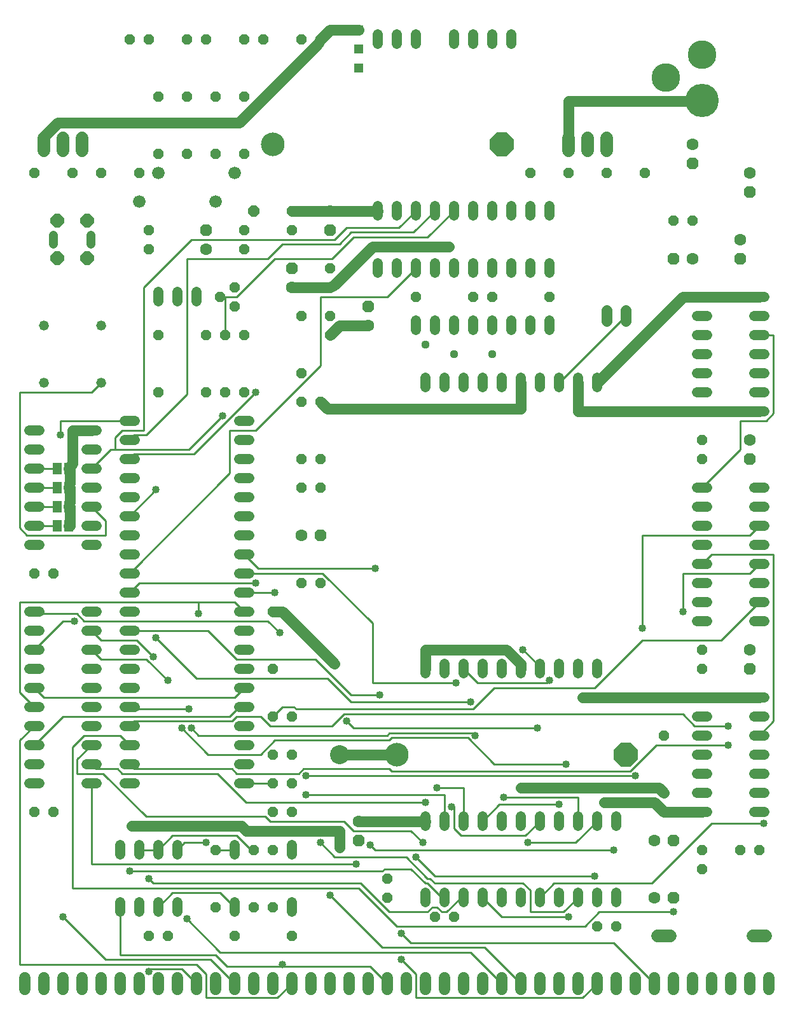
<source format=gbl>
G04 EAGLE Gerber RS-274X export*
G75*
%MOMM*%
%FSLAX34Y34*%
%LPD*%
%INBottom Copper*%
%IPPOS*%
%AMOC8*
5,1,8,0,0,1.08239X$1,22.5*%
G01*
%ADD10C,1.676400*%
%ADD11P,1.732040X8X292.500000*%
%ADD12C,1.600200*%
%ADD13P,1.429621X8X22.500000*%
%ADD14C,1.320800*%
%ADD15P,1.429621X8X112.500000*%
%ADD16P,1.429621X8X292.500000*%
%ADD17C,1.422400*%
%ADD18P,1.539592X8X22.500000*%
%ADD19P,1.539592X8X202.500000*%
%ADD20C,3.149600*%
%ADD21P,3.409096X8X22.500000*%
%ADD22P,1.732040X8X202.500000*%
%ADD23P,1.732040X8X22.500000*%
%ADD24P,1.732040X8X112.500000*%
%ADD25P,1.429621X8X202.500000*%
%ADD26C,1.320800*%
%ADD27R,1.168400X1.600200*%
%ADD28C,4.445000*%
%ADD29C,3.810000*%
%ADD30C,2.540000*%
%ADD31R,1.308000X1.308000*%
%ADD32C,1.117600*%
%ADD33C,1.524000*%
%ADD34C,1.208000*%
%ADD35P,1.938236X8X22.500000*%
%ADD36C,1.676400*%
%ADD37P,1.649562X8X22.500000*%
%ADD38C,0.254000*%
%ADD39C,1.016000*%


D10*
X762000Y1083818D02*
X762000Y1100582D01*
X787400Y1100582D02*
X787400Y1083818D01*
X812800Y1083818D02*
X812800Y1100582D01*
D11*
X1689100Y939800D03*
D12*
X1689100Y965200D03*
D13*
X749300Y1054100D03*
X800100Y1054100D03*
X838200Y1054100D03*
X889000Y1054100D03*
D14*
X1022096Y241300D02*
X1035304Y241300D01*
X1035304Y266700D02*
X1022096Y266700D01*
X1022096Y393700D02*
X1035304Y393700D01*
X1035304Y419100D02*
X1022096Y419100D01*
X1022096Y292100D02*
X1035304Y292100D01*
X1035304Y317500D02*
X1022096Y317500D01*
X1022096Y368300D02*
X1035304Y368300D01*
X1035304Y342900D02*
X1022096Y342900D01*
X1022096Y444500D02*
X1035304Y444500D01*
X1035304Y469900D02*
X1022096Y469900D01*
X1022096Y495300D02*
X1035304Y495300D01*
X1035304Y520700D02*
X1022096Y520700D01*
X1022096Y546100D02*
X1035304Y546100D01*
X1035304Y571500D02*
X1022096Y571500D01*
X1022096Y596900D02*
X1035304Y596900D01*
X1035304Y622300D02*
X1022096Y622300D01*
X1022096Y647700D02*
X1035304Y647700D01*
X1035304Y673100D02*
X1022096Y673100D01*
X1022096Y698500D02*
X1035304Y698500D01*
X1035304Y723900D02*
X1022096Y723900D01*
X882904Y723900D02*
X869696Y723900D01*
X869696Y698500D02*
X882904Y698500D01*
X882904Y673100D02*
X869696Y673100D01*
X869696Y647700D02*
X882904Y647700D01*
X882904Y622300D02*
X869696Y622300D01*
X869696Y596900D02*
X882904Y596900D01*
X882904Y571500D02*
X869696Y571500D01*
X869696Y546100D02*
X882904Y546100D01*
X882904Y520700D02*
X869696Y520700D01*
X869696Y495300D02*
X882904Y495300D01*
X882904Y469900D02*
X869696Y469900D01*
X869696Y444500D02*
X882904Y444500D01*
X882904Y419100D02*
X869696Y419100D01*
X869696Y393700D02*
X882904Y393700D01*
X882904Y368300D02*
X869696Y368300D01*
X869696Y342900D02*
X882904Y342900D01*
X882904Y317500D02*
X869696Y317500D01*
X869696Y292100D02*
X882904Y292100D01*
X882904Y266700D02*
X869696Y266700D01*
X869696Y241300D02*
X882904Y241300D01*
X1270000Y95504D02*
X1270000Y82296D01*
X1295400Y82296D02*
X1295400Y95504D01*
X1320800Y95504D02*
X1320800Y82296D01*
X1346200Y82296D02*
X1346200Y95504D01*
X1371600Y95504D02*
X1371600Y82296D01*
X1397000Y82296D02*
X1397000Y95504D01*
X1422400Y95504D02*
X1422400Y82296D01*
X1447800Y82296D02*
X1447800Y95504D01*
X1473200Y95504D02*
X1473200Y82296D01*
X1498600Y82296D02*
X1498600Y95504D01*
X1524000Y95504D02*
X1524000Y82296D01*
X1524000Y183896D02*
X1524000Y197104D01*
X1498600Y197104D02*
X1498600Y183896D01*
X1473200Y183896D02*
X1473200Y197104D01*
X1447800Y197104D02*
X1447800Y183896D01*
X1422400Y183896D02*
X1422400Y197104D01*
X1397000Y197104D02*
X1397000Y183896D01*
X1371600Y183896D02*
X1371600Y197104D01*
X1346200Y197104D02*
X1346200Y183896D01*
X1320800Y183896D02*
X1320800Y197104D01*
X1295400Y197104D02*
X1295400Y183896D01*
X1270000Y183896D02*
X1270000Y197104D01*
X1206500Y920496D02*
X1206500Y933704D01*
X1231900Y933704D02*
X1231900Y920496D01*
X1358900Y920496D02*
X1358900Y933704D01*
X1384300Y933704D02*
X1384300Y920496D01*
X1257300Y920496D02*
X1257300Y933704D01*
X1282700Y933704D02*
X1282700Y920496D01*
X1333500Y920496D02*
X1333500Y933704D01*
X1308100Y933704D02*
X1308100Y920496D01*
X1409700Y920496D02*
X1409700Y933704D01*
X1435100Y933704D02*
X1435100Y920496D01*
X1435100Y996696D02*
X1435100Y1009904D01*
X1409700Y1009904D02*
X1409700Y996696D01*
X1384300Y996696D02*
X1384300Y1009904D01*
X1358900Y1009904D02*
X1358900Y996696D01*
X1333500Y996696D02*
X1333500Y1009904D01*
X1308100Y1009904D02*
X1308100Y996696D01*
X1282700Y996696D02*
X1282700Y1009904D01*
X1257300Y1009904D02*
X1257300Y996696D01*
X1231900Y996696D02*
X1231900Y1009904D01*
X1206500Y1009904D02*
X1206500Y996696D01*
D15*
X914400Y762000D03*
X914400Y838200D03*
D16*
X977900Y838200D03*
X977900Y762000D03*
D13*
X1498600Y50800D03*
X1524000Y50800D03*
D15*
X1143000Y901700D03*
X1143000Y927100D03*
X1104900Y787400D03*
X1104900Y863600D03*
D14*
X1270000Y400304D02*
X1270000Y387096D01*
X1295400Y387096D02*
X1295400Y400304D01*
X1422400Y400304D02*
X1422400Y387096D01*
X1447800Y387096D02*
X1447800Y400304D01*
X1320800Y400304D02*
X1320800Y387096D01*
X1346200Y387096D02*
X1346200Y400304D01*
X1397000Y400304D02*
X1397000Y387096D01*
X1371600Y387096D02*
X1371600Y400304D01*
X1473200Y400304D02*
X1473200Y387096D01*
X1498600Y387096D02*
X1498600Y400304D01*
X1498600Y768096D02*
X1498600Y781304D01*
X1473200Y781304D02*
X1473200Y768096D01*
X1447800Y768096D02*
X1447800Y781304D01*
X1422400Y781304D02*
X1422400Y768096D01*
X1397000Y768096D02*
X1397000Y781304D01*
X1371600Y781304D02*
X1371600Y768096D01*
X1346200Y768096D02*
X1346200Y781304D01*
X1320800Y781304D02*
X1320800Y768096D01*
X1295400Y768096D02*
X1295400Y781304D01*
X1270000Y781304D02*
X1270000Y768096D01*
D17*
X1511300Y856488D02*
X1511300Y870712D01*
X1536700Y870712D02*
X1536700Y856488D01*
D16*
X1587500Y304800D03*
X1587500Y228600D03*
D18*
X1257300Y889000D03*
X1333500Y889000D03*
D19*
X1435100Y889000D03*
X1358900Y889000D03*
D15*
X1143000Y838200D03*
X1143000Y863600D03*
D16*
X1104900Y749300D03*
X1104900Y673100D03*
X1130300Y749300D03*
X1130300Y673100D03*
D14*
X1257300Y844296D02*
X1257300Y857504D01*
X1282700Y857504D02*
X1282700Y844296D01*
X1308100Y844296D02*
X1308100Y857504D01*
X1333500Y857504D02*
X1333500Y844296D01*
X1358900Y844296D02*
X1358900Y857504D01*
X1384300Y857504D02*
X1384300Y844296D01*
X1409700Y844296D02*
X1409700Y857504D01*
X1435100Y857504D02*
X1435100Y844296D01*
X1707896Y457200D02*
X1721104Y457200D01*
X1721104Y482600D02*
X1707896Y482600D01*
X1707896Y609600D02*
X1721104Y609600D01*
X1721104Y635000D02*
X1707896Y635000D01*
X1707896Y508000D02*
X1721104Y508000D01*
X1721104Y533400D02*
X1707896Y533400D01*
X1707896Y584200D02*
X1721104Y584200D01*
X1721104Y558800D02*
X1707896Y558800D01*
X1644904Y635000D02*
X1631696Y635000D01*
X1631696Y609600D02*
X1644904Y609600D01*
X1644904Y584200D02*
X1631696Y584200D01*
X1631696Y558800D02*
X1644904Y558800D01*
X1644904Y533400D02*
X1631696Y533400D01*
X1631696Y508000D02*
X1644904Y508000D01*
X1644904Y482600D02*
X1631696Y482600D01*
X1631696Y457200D02*
X1644904Y457200D01*
X1707896Y203200D02*
X1721104Y203200D01*
X1721104Y228600D02*
X1707896Y228600D01*
X1707896Y355600D02*
X1721104Y355600D01*
X1644904Y355600D02*
X1631696Y355600D01*
X1707896Y254000D02*
X1721104Y254000D01*
X1721104Y279400D02*
X1707896Y279400D01*
X1707896Y330200D02*
X1721104Y330200D01*
X1721104Y304800D02*
X1707896Y304800D01*
X1644904Y330200D02*
X1631696Y330200D01*
X1631696Y304800D02*
X1644904Y304800D01*
X1644904Y279400D02*
X1631696Y279400D01*
X1631696Y254000D02*
X1644904Y254000D01*
X1644904Y228600D02*
X1631696Y228600D01*
X1631696Y203200D02*
X1644904Y203200D01*
X1707896Y736600D02*
X1721104Y736600D01*
X1721104Y762000D02*
X1707896Y762000D01*
X1707896Y889000D02*
X1721104Y889000D01*
X1644904Y889000D02*
X1631696Y889000D01*
X1707896Y787400D02*
X1721104Y787400D01*
X1721104Y812800D02*
X1707896Y812800D01*
X1707896Y863600D02*
X1721104Y863600D01*
X1721104Y838200D02*
X1707896Y838200D01*
X1644904Y863600D02*
X1631696Y863600D01*
X1631696Y838200D02*
X1644904Y838200D01*
X1644904Y812800D02*
X1631696Y812800D01*
X1631696Y787400D02*
X1644904Y787400D01*
X1644904Y762000D02*
X1631696Y762000D01*
X1631696Y736600D02*
X1644904Y736600D01*
D15*
X1028700Y762000D03*
X1028700Y838200D03*
D14*
X863600Y82804D02*
X863600Y69596D01*
X889000Y69596D02*
X889000Y82804D01*
X914400Y82804D02*
X914400Y69596D01*
X939800Y69596D02*
X939800Y82804D01*
X939800Y145796D02*
X939800Y159004D01*
X914400Y159004D02*
X914400Y145796D01*
X889000Y145796D02*
X889000Y159004D01*
X863600Y159004D02*
X863600Y145796D01*
D16*
X1041400Y152400D03*
X1041400Y76200D03*
D15*
X990600Y76200D03*
X990600Y152400D03*
D16*
X1003300Y838200D03*
X1003300Y762000D03*
D14*
X1016000Y159004D02*
X1016000Y145796D01*
X1016000Y82804D02*
X1016000Y69596D01*
D15*
X1066800Y76200D03*
X1066800Y152400D03*
D14*
X1092200Y82804D02*
X1092200Y69596D01*
X1092200Y145796D02*
X1092200Y159004D01*
D13*
X1016000Y38100D03*
X1092200Y38100D03*
X1066800Y203200D03*
X1092200Y203200D03*
X1066800Y241300D03*
X1092200Y241300D03*
D15*
X1066800Y393700D03*
X1066800Y469900D03*
D14*
X965200Y882396D02*
X965200Y895604D01*
X914400Y895604D02*
X914400Y882396D01*
X939800Y882396D02*
X939800Y895604D01*
D15*
X1016000Y901700D03*
X996950Y889000D03*
X1016000Y876300D03*
D13*
X1066800Y330200D03*
X1092200Y330200D03*
X1066800Y279400D03*
X1092200Y279400D03*
D20*
X1231900Y279400D03*
D21*
X1536700Y279400D03*
D20*
X1066800Y1092200D03*
D21*
X1371600Y1092200D03*
D16*
X1638300Y698500D03*
X1638300Y673100D03*
X1638300Y419100D03*
X1638300Y393700D03*
D11*
X1701800Y673100D03*
D12*
X1701800Y698500D03*
D11*
X1701800Y393700D03*
D12*
X1701800Y419100D03*
D22*
X1600200Y939800D03*
D12*
X1625600Y939800D03*
D23*
X1600200Y165100D03*
D12*
X1574800Y165100D03*
D23*
X1600200Y88900D03*
D12*
X1574800Y88900D03*
D13*
X901700Y38100D03*
X927100Y38100D03*
D11*
X1181100Y165100D03*
D12*
X1181100Y190500D03*
D13*
X1282700Y63500D03*
X1308100Y63500D03*
D16*
X1219200Y114300D03*
X1219200Y88900D03*
D23*
X1130300Y571500D03*
D12*
X1104900Y571500D03*
D13*
X1104900Y508000D03*
X1130300Y508000D03*
X1104900Y635000D03*
X1130300Y635000D03*
D24*
X1092200Y927100D03*
D12*
X1092200Y901700D03*
D11*
X1143000Y977900D03*
D12*
X1143000Y1003300D03*
D16*
X1092200Y1003300D03*
X1092200Y977900D03*
X1028700Y977900D03*
X1028700Y952500D03*
D24*
X977900Y977900D03*
D12*
X977900Y952500D03*
D24*
X1193800Y876300D03*
D12*
X1193800Y850900D03*
D16*
X1638300Y152400D03*
X1638300Y127000D03*
D13*
X1689100Y152400D03*
X1714500Y152400D03*
D25*
X1625600Y990600D03*
X1600200Y990600D03*
X1130300Y1231900D03*
X1104900Y1231900D03*
X1054100Y1231900D03*
X1028700Y1231900D03*
D15*
X1028700Y1079500D03*
X1028700Y1155700D03*
X990600Y1079500D03*
X990600Y1155700D03*
D10*
X1460500Y1100582D02*
X1460500Y1083818D01*
X1485900Y1083818D02*
X1485900Y1100582D01*
X1511300Y1100582D02*
X1511300Y1083818D01*
D11*
X1701800Y1028700D03*
D12*
X1701800Y1054100D03*
D25*
X1460500Y1054100D03*
X1409700Y1054100D03*
D13*
X1511300Y1054100D03*
X1562100Y1054100D03*
D14*
X832104Y558800D02*
X818896Y558800D01*
X818896Y584200D02*
X832104Y584200D01*
X832104Y711200D02*
X818896Y711200D01*
X755904Y711200D02*
X742696Y711200D01*
X818896Y609600D02*
X832104Y609600D01*
X832104Y635000D02*
X818896Y635000D01*
X818896Y685800D02*
X832104Y685800D01*
X832104Y660400D02*
X818896Y660400D01*
X755904Y685800D02*
X742696Y685800D01*
X742696Y660400D02*
X755904Y660400D01*
X755904Y635000D02*
X742696Y635000D01*
X742696Y609600D02*
X755904Y609600D01*
X755904Y584200D02*
X742696Y584200D01*
X742696Y558800D02*
X755904Y558800D01*
D26*
X762000Y850900D03*
X762000Y774700D03*
X838200Y774700D03*
X838200Y850900D03*
D27*
X795020Y660400D03*
X779780Y660400D03*
X795020Y609600D03*
X779780Y609600D03*
X795020Y635000D03*
X779780Y635000D03*
X795020Y584200D03*
X779780Y584200D03*
D15*
X901700Y952500D03*
X901700Y977900D03*
D13*
X749300Y520700D03*
X774700Y520700D03*
D14*
X1206500Y1225296D02*
X1206500Y1238504D01*
X1231900Y1238504D02*
X1231900Y1225296D01*
X1308100Y1225296D02*
X1308100Y1238504D01*
X1333500Y1238504D02*
X1333500Y1225296D01*
X1358900Y1225296D02*
X1358900Y1238504D01*
X1257300Y1238504D02*
X1257300Y1225296D01*
X1384300Y1225296D02*
X1384300Y1238504D01*
D28*
X1638300Y1150100D03*
D29*
X1638300Y1211100D03*
X1590300Y1181100D03*
D11*
X1625600Y1066800D03*
D12*
X1625600Y1092200D03*
D30*
X1155700Y279400D03*
D25*
X977900Y1231900D03*
X952500Y1231900D03*
X901700Y1231900D03*
X876300Y1231900D03*
D16*
X952500Y1155700D03*
X952500Y1079500D03*
X914400Y1155700D03*
X914400Y1079500D03*
D31*
X1181100Y1193800D03*
X1181100Y1219200D03*
X1181100Y1244600D03*
D10*
X1706118Y38100D02*
X1722882Y38100D01*
X1595882Y38100D02*
X1579118Y38100D01*
D32*
X1308100Y812800D03*
X1270000Y825500D03*
X1358900Y812800D03*
D14*
X832104Y241300D02*
X818896Y241300D01*
X818896Y266700D02*
X832104Y266700D01*
X832104Y292100D02*
X818896Y292100D01*
X818896Y317500D02*
X832104Y317500D01*
X832104Y342900D02*
X818896Y342900D01*
X818896Y368300D02*
X832104Y368300D01*
X832104Y393700D02*
X818896Y393700D01*
X818896Y419100D02*
X832104Y419100D01*
X832104Y444500D02*
X818896Y444500D01*
X818896Y469900D02*
X832104Y469900D01*
X755904Y469900D02*
X742696Y469900D01*
X742696Y444500D02*
X755904Y444500D01*
X755904Y419100D02*
X742696Y419100D01*
X742696Y393700D02*
X755904Y393700D01*
X755904Y368300D02*
X742696Y368300D01*
X742696Y342900D02*
X755904Y342900D01*
X755904Y317500D02*
X742696Y317500D01*
X742696Y292100D02*
X755904Y292100D01*
X755904Y266700D02*
X742696Y266700D01*
X742696Y241300D02*
X755904Y241300D01*
D33*
X1219200Y-17780D02*
X1219200Y-33020D01*
X1193800Y-33020D02*
X1193800Y-17780D01*
X1168400Y-17780D02*
X1168400Y-33020D01*
X1143000Y-33020D02*
X1143000Y-17780D01*
X1117600Y-17780D02*
X1117600Y-33020D01*
X1092200Y-33020D02*
X1092200Y-17780D01*
X1066800Y-17780D02*
X1066800Y-33020D01*
X1041400Y-33020D02*
X1041400Y-17780D01*
X1016000Y-17780D02*
X1016000Y-33020D01*
X990600Y-33020D02*
X990600Y-17780D01*
X965200Y-17780D02*
X965200Y-33020D01*
X939800Y-33020D02*
X939800Y-17780D01*
X914400Y-17780D02*
X914400Y-33020D01*
X889000Y-33020D02*
X889000Y-17780D01*
X863600Y-17780D02*
X863600Y-33020D01*
X838200Y-33020D02*
X838200Y-17780D01*
X812800Y-17780D02*
X812800Y-33020D01*
X762000Y-33020D02*
X762000Y-17780D01*
X736600Y-17780D02*
X736600Y-33020D01*
X787400Y-33020D02*
X787400Y-17780D01*
X1727200Y-17780D02*
X1727200Y-33020D01*
X1701800Y-33020D02*
X1701800Y-17780D01*
X1676400Y-17780D02*
X1676400Y-33020D01*
X1651000Y-33020D02*
X1651000Y-17780D01*
X1625600Y-17780D02*
X1625600Y-33020D01*
X1600200Y-33020D02*
X1600200Y-17780D01*
X1574800Y-17780D02*
X1574800Y-33020D01*
X1549400Y-33020D02*
X1549400Y-17780D01*
X1524000Y-17780D02*
X1524000Y-33020D01*
X1498600Y-33020D02*
X1498600Y-17780D01*
X1473200Y-17780D02*
X1473200Y-33020D01*
X1447800Y-33020D02*
X1447800Y-17780D01*
X1422400Y-17780D02*
X1422400Y-33020D01*
X1397000Y-33020D02*
X1397000Y-17780D01*
X1371600Y-17780D02*
X1371600Y-33020D01*
X1346200Y-33020D02*
X1346200Y-17780D01*
X1320800Y-17780D02*
X1320800Y-33020D01*
X1295400Y-33020D02*
X1295400Y-17780D01*
X1270000Y-17780D02*
X1270000Y-33020D01*
X1244600Y-33020D02*
X1244600Y-17780D01*
D13*
X749300Y203200D03*
X774700Y203200D03*
D34*
X825100Y959160D02*
X825100Y971240D01*
X775100Y971240D02*
X775100Y959160D01*
D35*
X780161Y990219D03*
X780161Y940181D03*
X820039Y940181D03*
X820039Y990219D03*
D36*
X1016000Y1054100D03*
X914400Y1054100D03*
X990600Y1016000D03*
X889000Y1016000D03*
D37*
X1041400Y1003300D03*
D17*
X796925Y609600D02*
X796925Y584200D01*
X795020Y584200D01*
X795020Y609600D02*
X796925Y609600D01*
X796925Y615950D02*
X796925Y635000D01*
X795020Y635000D01*
X796925Y615950D02*
X795020Y609600D01*
X796925Y641350D02*
X796925Y660400D01*
X795020Y660400D01*
X796925Y641350D02*
X795020Y635000D01*
X800100Y666750D02*
X800100Y711200D01*
X825500Y711200D01*
X800100Y666750D02*
X795020Y660400D01*
D38*
X1028700Y495300D02*
X1069975Y495300D01*
X1143000Y92075D02*
X1212850Y22225D01*
X1349375Y22225D01*
X1397000Y-25400D01*
D39*
X1069975Y495300D03*
X1143000Y92075D03*
D38*
X1133475Y520700D02*
X1028700Y520700D01*
X1133475Y520700D02*
X1200150Y454025D01*
X1200150Y374650D01*
X1311275Y374650D01*
D39*
X1311275Y374650D03*
D38*
X1047750Y527050D02*
X1028700Y546100D01*
X1047750Y527050D02*
X1203325Y527050D01*
D39*
X1203325Y527050D03*
D38*
X1165225Y323850D02*
X1174750Y314325D01*
X1419225Y314325D01*
D39*
X1165225Y323850D03*
X1419225Y314325D03*
D38*
X1238250Y6350D02*
X1257300Y-12700D01*
X1257300Y-44450D01*
X1479550Y-44450D01*
X1498600Y-25400D01*
D39*
X1238250Y6350D03*
D38*
X1203325Y152400D02*
X1196975Y158750D01*
X1203325Y152400D02*
X1520825Y152400D01*
D39*
X1196975Y158750D03*
X1520825Y152400D03*
D38*
X1549400Y250825D02*
X1111250Y250825D01*
D39*
X1111250Y250825D03*
X1549400Y250825D03*
D38*
X1250950Y28575D02*
X1238250Y41275D01*
X1250950Y28575D02*
X1520825Y28575D01*
X1574800Y-25400D01*
D39*
X1238250Y41275D03*
D17*
X1225550Y190500D02*
X1181100Y190500D01*
X1225550Y190500D02*
X1270000Y190500D01*
X1231900Y279400D02*
X1155700Y279400D01*
X1143000Y1003300D02*
X1206500Y1003300D01*
X1143000Y1003300D02*
X1092200Y1003300D01*
X1079500Y469900D02*
X1149350Y400050D01*
X1079500Y469900D02*
X1066800Y469900D01*
D39*
X1225550Y190500D03*
X1149350Y400050D03*
D17*
X1460500Y1092200D02*
X1460500Y1149350D01*
X1638300Y1149350D01*
X1638300Y1150100D01*
D38*
X1212850Y123825D02*
X876300Y123825D01*
X1212850Y123825D02*
X1216025Y127000D01*
X1250950Y127000D01*
X1270000Y107950D01*
X1273175Y107950D01*
X1292225Y88900D01*
X1295400Y88900D01*
D39*
X876300Y123825D03*
D38*
X901700Y114300D02*
X908050Y107950D01*
X1184275Y107950D01*
X1222375Y69850D01*
X1273175Y69850D01*
X1279525Y76200D01*
X1285875Y76200D01*
X1292225Y69850D01*
X1298575Y69850D01*
X1317625Y88900D01*
X1320800Y88900D01*
D39*
X901700Y114300D03*
D38*
X965200Y381000D02*
X911225Y434975D01*
X965200Y381000D02*
X1139825Y381000D01*
X1171575Y349250D01*
X1330325Y349250D01*
D39*
X911225Y434975D03*
X1330325Y349250D03*
D38*
X981075Y279400D02*
X946150Y314325D01*
X981075Y279400D02*
X1050925Y279400D01*
X1069975Y298450D01*
X1222375Y298450D01*
X1225550Y301625D01*
X1327150Y301625D01*
X1362075Y266700D01*
X1457325Y266700D01*
D39*
X946150Y314325D03*
X1457325Y266700D03*
D38*
X889000Y508000D02*
X876300Y495300D01*
X889000Y508000D02*
X1044575Y508000D01*
X1130300Y161925D02*
X1149350Y142875D01*
X1244600Y142875D01*
X1273175Y114300D01*
X1276350Y114300D01*
X1282700Y107950D01*
X1400175Y107950D01*
X1409700Y98425D01*
X1409700Y69850D01*
X1454150Y69850D01*
X1473200Y88900D01*
D39*
X1044575Y508000D03*
X1130300Y161925D03*
D38*
X981075Y444500D02*
X876300Y444500D01*
X981075Y444500D02*
X1019175Y406400D01*
X1123950Y406400D01*
X1171575Y358775D01*
X1209675Y358775D01*
X1257300Y142875D02*
X1282700Y117475D01*
X1495425Y117475D01*
D39*
X1209675Y358775D03*
X1257300Y142875D03*
X1495425Y117475D03*
D38*
X882650Y704850D02*
X876300Y698500D01*
X882650Y704850D02*
X898525Y704850D01*
X952500Y758825D01*
X952500Y939800D01*
X1060450Y939800D01*
X1079500Y958850D01*
X1155700Y958850D01*
X1171575Y974725D01*
X1254125Y974725D01*
X1282700Y1003300D01*
X1009650Y654050D02*
X876300Y520700D01*
X1009650Y654050D02*
X1009650Y711200D01*
X1044575Y711200D01*
X1130300Y796925D01*
X1130300Y889000D01*
X1219200Y889000D01*
X1257300Y927100D01*
X882650Y679450D02*
X876300Y673100D01*
X882650Y679450D02*
X962025Y679450D01*
X1044575Y762000D01*
D39*
X1044575Y762000D03*
D38*
X911225Y631825D02*
X876300Y596900D01*
D39*
X911225Y631825D03*
D38*
X955675Y685800D02*
X1000125Y730250D01*
X857250Y685800D02*
X850900Y685800D01*
X857250Y685800D02*
X955675Y685800D01*
X850900Y685800D02*
X825500Y660400D01*
X1235075Y981075D02*
X1257300Y1003300D01*
X1235075Y981075D02*
X1165225Y981075D01*
X1149350Y965200D01*
X958850Y965200D01*
X895350Y901700D01*
X895350Y711200D01*
X866775Y711200D01*
X857250Y701675D01*
X857250Y685800D01*
D39*
X1000125Y730250D03*
D17*
X1130300Y1231900D02*
X1143000Y1244600D01*
X1181100Y1244600D01*
X1127125Y1225550D02*
X1022350Y1120775D01*
X781050Y1120775D01*
X762000Y1101725D01*
X762000Y1092200D01*
X1127125Y1225550D02*
X1130300Y1231900D01*
X1143000Y901700D02*
X1092200Y901700D01*
X1200150Y955675D02*
X1301750Y955675D01*
X1200150Y955675D02*
X1149350Y904875D01*
X1143000Y901700D01*
D39*
X1301750Y955675D03*
D38*
X1422400Y190500D02*
X1403350Y171450D01*
X1317625Y171450D01*
X1308100Y180975D01*
X1308100Y209550D01*
X1304925Y209550D01*
D39*
X1304925Y209550D03*
D38*
X1447800Y774700D02*
X1536700Y863600D01*
X1435100Y377825D02*
X1431925Y374650D01*
X1339850Y374650D01*
X1320800Y393700D01*
D39*
X1435100Y377825D03*
D38*
X1498600Y190500D02*
X1470025Y161925D01*
X1406525Y161925D01*
D39*
X1406525Y161925D03*
D38*
X1473200Y190500D02*
X1473200Y222250D01*
X1374775Y222250D01*
D39*
X1374775Y222250D03*
D38*
X1422400Y396875D02*
X1400175Y419100D01*
X1422400Y396875D02*
X1422400Y393700D01*
D39*
X1400175Y419100D03*
D38*
X1368425Y212725D02*
X1346200Y190500D01*
X1368425Y212725D02*
X1447800Y212725D01*
D39*
X1447800Y212725D03*
D17*
X1270000Y393700D02*
X1270000Y419100D01*
X1377950Y419100D01*
X1397000Y400050D01*
X1397000Y393700D01*
X1581150Y234950D02*
X1587500Y228600D01*
X1581150Y234950D02*
X1397000Y234950D01*
D39*
X1397000Y234950D03*
D38*
X1346200Y88900D02*
X1371600Y63500D01*
X1460500Y63500D01*
D39*
X1460500Y63500D03*
D17*
X1397000Y739775D02*
X1397000Y774700D01*
X1397000Y739775D02*
X1139825Y739775D01*
X1130300Y749300D01*
X1143000Y838200D02*
X1155700Y850900D01*
X1193800Y850900D01*
D38*
X876300Y266700D02*
X882650Y260350D01*
X1012825Y260350D01*
X1019175Y254000D01*
X1101725Y254000D01*
X1108075Y260350D01*
X1222375Y260350D01*
X1225550Y257175D01*
X1543050Y257175D01*
X1577975Y292100D01*
X1673225Y292100D01*
D39*
X1673225Y292100D03*
D38*
X876300Y292100D02*
X863600Y304800D01*
X815975Y304800D01*
X800100Y288925D01*
X800100Y101600D01*
X1181100Y101600D01*
X1231900Y50800D01*
X1482725Y50800D01*
X1501775Y69850D01*
X1600200Y69850D01*
X1612900Y469900D02*
X1612900Y520700D01*
X1701800Y520700D01*
X1714500Y533400D01*
D39*
X1600200Y69850D03*
X1612900Y469900D03*
D38*
X882650Y323850D02*
X876300Y317500D01*
X882650Y323850D02*
X1012825Y323850D01*
X1019175Y330200D01*
X1050925Y330200D01*
X1063625Y317500D01*
X1146175Y317500D01*
X1162050Y333375D01*
X1612900Y333375D01*
X1628775Y317500D01*
X1673225Y317500D01*
D39*
X1673225Y317500D03*
D38*
X879475Y339725D02*
X876300Y342900D01*
X879475Y339725D02*
X955675Y339725D01*
X958850Y314325D02*
X968375Y304800D01*
X1219200Y304800D01*
X1222375Y307975D01*
X1333500Y307975D01*
X1336675Y304800D01*
X1558925Y447675D02*
X1558925Y571500D01*
X1701800Y571500D01*
X1714500Y584200D01*
D39*
X955675Y339725D03*
X958850Y314325D03*
X1336675Y304800D03*
X1558925Y447675D03*
D38*
X1441450Y107950D02*
X1422400Y88900D01*
X1441450Y107950D02*
X1571625Y107950D01*
X1651000Y187325D01*
X1720850Y187325D01*
D39*
X1720850Y187325D03*
D38*
X1714500Y304800D02*
X1733550Y323850D01*
X1733550Y546100D01*
X1651000Y546100D01*
X1638300Y533400D01*
X1638300Y635000D02*
X1689100Y685800D01*
X1689100Y723900D01*
X1724025Y723900D01*
X1733550Y733425D01*
X1733550Y838200D01*
X1714500Y838200D01*
D17*
X1638300Y355600D02*
X1479550Y355600D01*
X1638300Y355600D02*
X1714500Y355600D01*
D39*
X1479550Y355600D03*
D17*
X1508125Y215900D02*
X1574800Y215900D01*
X1587500Y203200D01*
X1638300Y203200D01*
D39*
X1508125Y215900D03*
D17*
X1498600Y774700D02*
X1612900Y889000D01*
X1638300Y889000D01*
X1714500Y889000D01*
X1473200Y774700D02*
X1473200Y736600D01*
X1638300Y736600D01*
X1714500Y736600D01*
D38*
X1320800Y234950D02*
X1320800Y190500D01*
X1320800Y234950D02*
X1285875Y234950D01*
D39*
X1285875Y234950D03*
D38*
X914400Y152400D02*
X889000Y152400D01*
X914400Y152400D02*
X933450Y171450D01*
X1019175Y171450D01*
X1038225Y152400D01*
X1041400Y152400D01*
X1016000Y152400D02*
X990600Y152400D01*
X1028700Y241300D02*
X1066800Y241300D01*
X933450Y95250D02*
X914400Y76200D01*
X933450Y95250D02*
X996950Y95250D01*
X1016000Y76200D01*
X784225Y704850D02*
X784225Y723900D01*
X876300Y723900D01*
D39*
X784225Y704850D03*
D38*
X1003300Y838200D02*
X1003300Y889000D01*
X1273175Y968375D02*
X1308100Y1003300D01*
X1273175Y968375D02*
X1174750Y968375D01*
X1146175Y939800D01*
X1069975Y939800D01*
X1019175Y889000D01*
X1003300Y889000D01*
X996950Y889000D01*
X949325Y161925D02*
X939800Y152400D01*
X949325Y161925D02*
X977900Y161925D01*
X1663700Y431800D02*
X1714500Y482600D01*
X1663700Y431800D02*
X1558925Y431800D01*
X1495425Y368300D01*
X1362075Y368300D01*
X1333500Y339725D01*
X1098550Y339725D01*
X1095375Y342900D01*
X1079500Y342900D01*
X1066800Y330200D01*
D39*
X977900Y161925D03*
D38*
X844550Y590550D02*
X825500Y609600D01*
X844550Y590550D02*
X844550Y571500D01*
X739775Y571500D01*
X730250Y581025D01*
X730250Y762000D01*
X825500Y762000D01*
X838200Y774700D01*
X779780Y660400D02*
X749300Y660400D01*
X749300Y609600D02*
X779780Y609600D01*
X779780Y635000D02*
X749300Y635000D01*
X749300Y584200D02*
X779780Y584200D01*
X730250Y361950D02*
X749300Y342900D01*
X730250Y361950D02*
X730250Y482600D01*
X968375Y482600D02*
X1016000Y482600D01*
X968375Y482600D02*
X730250Y482600D01*
X1016000Y482600D02*
X1028700Y469900D01*
X968375Y466725D02*
X968375Y482600D01*
D39*
X968375Y466725D03*
D38*
X787400Y330200D02*
X749300Y292100D01*
X787400Y330200D02*
X1009650Y330200D01*
X1022350Y342900D01*
X1028700Y342900D01*
X762000Y355600D02*
X749300Y368300D01*
X762000Y355600D02*
X1016000Y355600D01*
X1028700Y368300D01*
X863600Y76200D02*
X863600Y12700D01*
X990600Y12700D01*
X1006475Y-3175D01*
X1079500Y-3175D02*
X1196975Y-3175D01*
X1079500Y-3175D02*
X1006475Y-3175D01*
X1196975Y-3175D02*
X1219200Y-25400D01*
X1295400Y190500D02*
X1295400Y225425D01*
X1111250Y225425D01*
X1079500Y0D02*
X1079500Y-3175D01*
D39*
X1111250Y225425D03*
X1079500Y0D03*
D38*
X749300Y419100D02*
X787400Y457200D01*
X803275Y457200D01*
D39*
X803275Y457200D03*
D38*
X787400Y63500D02*
X844550Y6350D01*
X984250Y6350D01*
X1016000Y-25400D01*
D39*
X787400Y63500D03*
D38*
X838200Y431800D02*
X825500Y444500D01*
X838200Y431800D02*
X885825Y431800D01*
X908050Y409575D01*
X952500Y60325D02*
X996950Y15875D01*
X1330325Y15875D01*
X1371600Y-25400D01*
D39*
X908050Y409575D03*
X952500Y60325D03*
D38*
X825500Y133350D02*
X825500Y241300D01*
X825500Y133350D02*
X1177925Y133350D01*
D39*
X1177925Y133350D03*
D38*
X831850Y260350D02*
X825500Y266700D01*
X831850Y260350D02*
X860425Y260350D01*
X866775Y254000D01*
X993775Y254000D01*
X1031875Y215900D01*
X1270000Y215900D01*
D39*
X1270000Y215900D03*
D38*
X825500Y292100D02*
X806450Y273050D01*
X806450Y254000D01*
X841375Y254000D01*
X898525Y196850D01*
X1057275Y196850D01*
X1063625Y190500D01*
X1162050Y190500D01*
X1174750Y177800D01*
X1250950Y177800D01*
X1266825Y161925D01*
D39*
X1266825Y161925D03*
D38*
X904875Y-6350D02*
X901700Y-9525D01*
X904875Y-6350D02*
X946150Y-6350D01*
X965200Y-25400D01*
D39*
X901700Y-9525D03*
D38*
X838200Y406400D02*
X825500Y419100D01*
X838200Y406400D02*
X898525Y406400D01*
X927100Y377825D01*
D39*
X927100Y377825D03*
D38*
X752475Y466725D02*
X749300Y469900D01*
X752475Y466725D02*
X806450Y466725D01*
X815975Y457200D01*
X1060450Y457200D01*
X1076325Y441325D01*
D39*
X1076325Y441325D03*
D38*
X749300Y317500D02*
X730250Y298450D01*
X730250Y0D01*
X965200Y0D01*
X977900Y-12700D01*
X977900Y-44450D01*
X1073150Y-44450D01*
X1092200Y-25400D01*
D17*
X1155700Y155575D02*
X1155700Y177800D01*
X1031875Y177800D01*
X1025525Y184150D01*
X879475Y184150D01*
D39*
X1155700Y155575D03*
X879475Y184150D03*
M02*

</source>
